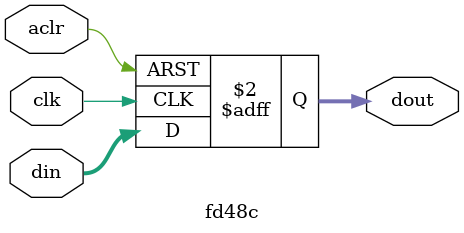
<source format=v>
module fd48c(input[47:0] din,input clk,input aclr,output reg[47:0] dout);


always @(posedge clk, posedge aclr)
begin
	if(aclr)dout <= 0;
		else dout <= din;
end

endmodule
		
</source>
